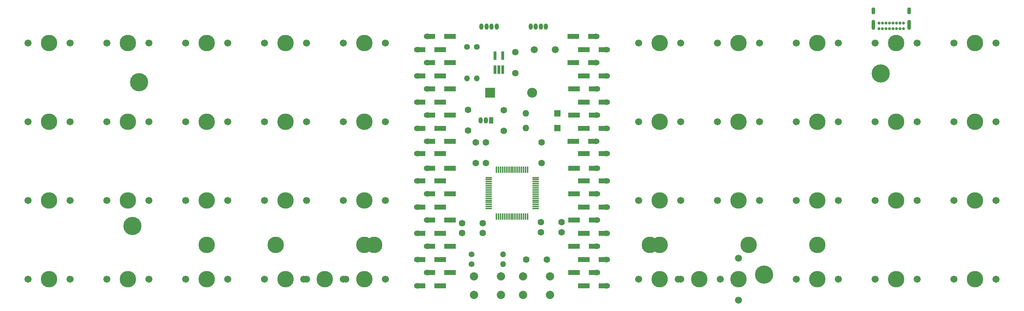
<source format=gbr>
%TF.GenerationSoftware,KiCad,Pcbnew,(7.0.0)*%
%TF.CreationDate,2024-04-29T17:19:58+02:00*%
%TF.ProjectId,LeSTMovoz revision,4c655354-4d6f-4766-9f7a-207265766973,rev?*%
%TF.SameCoordinates,Original*%
%TF.FileFunction,Soldermask,Top*%
%TF.FilePolarity,Negative*%
%FSLAX46Y46*%
G04 Gerber Fmt 4.6, Leading zero omitted, Abs format (unit mm)*
G04 Created by KiCad (PCBNEW (7.0.0)) date 2024-04-29 17:19:58*
%MOMM*%
%LPD*%
G01*
G04 APERTURE LIST*
G04 Aperture macros list*
%AMRoundRect*
0 Rectangle with rounded corners*
0 $1 Rounding radius*
0 $2 $3 $4 $5 $6 $7 $8 $9 X,Y pos of 4 corners*
0 Add a 4 corners polygon primitive as box body*
4,1,4,$2,$3,$4,$5,$6,$7,$8,$9,$2,$3,0*
0 Add four circle primitives for the rounded corners*
1,1,$1+$1,$2,$3*
1,1,$1+$1,$4,$5*
1,1,$1+$1,$6,$7*
1,1,$1+$1,$8,$9*
0 Add four rect primitives between the rounded corners*
20,1,$1+$1,$2,$3,$4,$5,0*
20,1,$1+$1,$4,$5,$6,$7,0*
20,1,$1+$1,$6,$7,$8,$9,0*
20,1,$1+$1,$8,$9,$2,$3,0*%
G04 Aperture macros list end*
%ADD10C,4.400000*%
%ADD11R,1.778000X1.300000*%
%ADD12R,1.400000X1.300000*%
%ADD13O,1.778000X1.300000*%
%ADD14C,2.000000*%
%ADD15C,1.400000*%
%ADD16O,1.400000X1.400000*%
%ADD17C,1.710000*%
%ADD18C,1.600000*%
%ADD19C,1.701800*%
%ADD20C,3.987800*%
%ADD21R,1.600000X1.600000*%
%ADD22O,1.600000X1.600000*%
%ADD23R,2.400000X2.400000*%
%ADD24O,2.400000X2.400000*%
%ADD25R,1.050000X1.500000*%
%ADD26O,1.050000X1.500000*%
%ADD27R,0.650000X2.000000*%
%ADD28RoundRect,0.075000X0.075000X-0.700000X0.075000X0.700000X-0.075000X0.700000X-0.075000X-0.700000X0*%
%ADD29RoundRect,0.075000X0.700000X-0.075000X0.700000X0.075000X-0.700000X0.075000X-0.700000X-0.075000X0*%
%ADD30O,1.000000X1.500000*%
%ADD31C,0.700000*%
%ADD32O,0.900000X1.700000*%
%ADD33O,0.900000X2.400000*%
G04 APERTURE END LIST*
D10*
%TO.C,*%
X55137500Y-42862500D03*
%TD*%
D11*
%TO.C,D6*%
X159543749Y-31749999D03*
D12*
X160768749Y-31749999D03*
X164318749Y-31749999D03*
D13*
X165543749Y-31749999D03*
%TD*%
D14*
%TO.C,SW2*%
X147962500Y-89825000D03*
X154462500Y-89825000D03*
X147962500Y-94325000D03*
X154462500Y-94325000D03*
%TD*%
D15*
%TO.C,R4*%
X135478264Y-84517916D03*
D16*
X143098263Y-84517915D03*
%TD*%
D17*
%TO.C,F1*%
X155743750Y-34934000D03*
X150643750Y-34934000D03*
%TD*%
D18*
%TO.C,C9*%
X152400000Y-62396757D03*
X152400000Y-57396757D03*
%TD*%
D19*
%TO.C,MX24*%
X85407500Y-71437500D03*
D20*
X90487500Y-71437500D03*
D19*
X95567500Y-71437500D03*
%TD*%
%TO.C,MX10*%
X252095000Y-33337500D03*
D20*
X257175000Y-33337500D03*
D19*
X262255000Y-33337500D03*
%TD*%
D15*
%TO.C,R1*%
X136725000Y-34290000D03*
D16*
X136724999Y-41909999D03*
%TD*%
D19*
%TO.C,MX19*%
X233045000Y-52387500D03*
D20*
X238125000Y-52387500D03*
D19*
X243205000Y-52387500D03*
%TD*%
%TO.C,MX5*%
X104457500Y-33337500D03*
D20*
X109537500Y-33337500D03*
D19*
X114617500Y-33337500D03*
%TD*%
%TO.C,MX6*%
X175895000Y-33337500D03*
D20*
X180975000Y-33337500D03*
D19*
X186055000Y-33337500D03*
%TD*%
D11*
%TO.C,D4*%
X128412499Y-34924999D03*
D12*
X127187499Y-34924999D03*
X123637499Y-34924999D03*
D13*
X122412499Y-34924999D03*
%TD*%
D19*
%TO.C,MX21*%
X28257500Y-71437500D03*
D20*
X33337500Y-71437500D03*
D19*
X38417500Y-71437500D03*
%TD*%
D10*
%TO.C,H6*%
X234387500Y-40736500D03*
%TD*%
D20*
%TO.C,S1*%
X202406250Y-82232500D03*
X178593750Y-82232500D03*
%TD*%
D18*
%TO.C,C6*%
X136475000Y-62396757D03*
X136475000Y-57396757D03*
%TD*%
D19*
%TO.C,MX4*%
X85407500Y-33337500D03*
D20*
X90487500Y-33337500D03*
D19*
X95567500Y-33337500D03*
%TD*%
D18*
%TO.C,C7*%
X138224728Y-79368071D03*
X133224728Y-79368071D03*
%TD*%
D19*
%TO.C,MX37*%
X175895000Y-90487500D03*
D20*
X180975000Y-90487500D03*
D19*
X186055000Y-90487500D03*
%TD*%
%TO.C,MX20*%
X252095000Y-52387500D03*
D20*
X257175000Y-52387500D03*
D19*
X262255000Y-52387500D03*
%TD*%
D20*
%TO.C,S2*%
X219075000Y-82232500D03*
X180975000Y-82232500D03*
%TD*%
D11*
%TO.C,D12*%
X130793749Y-50799999D03*
D12*
X129568749Y-50799999D03*
X126018749Y-50799999D03*
D13*
X124793749Y-50799999D03*
%TD*%
D19*
%TO.C,MX27*%
X194945000Y-71437500D03*
D20*
X200025000Y-71437500D03*
D19*
X205105000Y-71437500D03*
%TD*%
%TO.C,MX1*%
X28257500Y-33337500D03*
D20*
X33337500Y-33337500D03*
D19*
X38417500Y-33337500D03*
%TD*%
%TO.C,MX38*%
X185420000Y-90487500D03*
D20*
X190500000Y-90487500D03*
D19*
X195580000Y-90487500D03*
%TD*%
D21*
%TO.C,D45*%
X156209999Y-53899999D03*
D22*
X148589999Y-53899999D03*
%TD*%
D19*
%TO.C,MX12*%
X47307500Y-52387500D03*
D20*
X52387500Y-52387500D03*
D19*
X57467500Y-52387500D03*
%TD*%
D11*
%TO.C,D3*%
X130793749Y-38099999D03*
D12*
X129568749Y-38099999D03*
X126018749Y-38099999D03*
D13*
X124793749Y-38099999D03*
%TD*%
D11*
%TO.C,D8*%
X159543749Y-38099999D03*
D12*
X160768749Y-38099999D03*
X164318749Y-38099999D03*
D13*
X165543749Y-38099999D03*
%TD*%
D11*
%TO.C,D16*%
X162099999Y-60124999D03*
D12*
X163324999Y-60124999D03*
X166874999Y-60124999D03*
D13*
X168099999Y-60124999D03*
%TD*%
D19*
%TO.C,MX34*%
X85407500Y-90487500D03*
D20*
X90487500Y-90487500D03*
D19*
X95567500Y-90487500D03*
%TD*%
D18*
%TO.C,C1*%
X134625429Y-49502571D03*
X134625429Y-54502571D03*
%TD*%
D11*
%TO.C,D9*%
X162099999Y-41274999D03*
D12*
X163324999Y-41274999D03*
X166874999Y-41274999D03*
D13*
X168099999Y-41274999D03*
%TD*%
D11*
%TO.C,D24*%
X128412499Y-66674999D03*
D12*
X127187499Y-66674999D03*
X123637499Y-66674999D03*
D13*
X122412499Y-66674999D03*
%TD*%
D19*
%TO.C,MX41*%
X233045000Y-90487500D03*
D20*
X238125000Y-90487500D03*
D19*
X243205000Y-90487500D03*
%TD*%
D11*
%TO.C,D38*%
X162099999Y-85724999D03*
D12*
X163324999Y-85724999D03*
X166874999Y-85724999D03*
D13*
X168099999Y-85724999D03*
%TD*%
D11*
%TO.C,D29*%
X162099999Y-73024999D03*
D12*
X163324999Y-73024999D03*
X166874999Y-73024999D03*
D13*
X168099999Y-73024999D03*
%TD*%
D15*
%TO.C,R2*%
X134343750Y-34290000D03*
D16*
X134343749Y-41909999D03*
%TD*%
D19*
%TO.C,MX28*%
X213995000Y-71437500D03*
D20*
X219075000Y-71437500D03*
D19*
X224155000Y-71437500D03*
%TD*%
%TO.C,MX8*%
X213995000Y-33337500D03*
D20*
X219075000Y-33337500D03*
D19*
X224155000Y-33337500D03*
%TD*%
D11*
%TO.C,D18*%
X162099999Y-53974999D03*
D12*
X163324999Y-53974999D03*
X166874999Y-53974999D03*
D13*
X168099999Y-53974999D03*
%TD*%
D19*
%TO.C,MX18*%
X213995000Y-52387500D03*
D20*
X219075000Y-52387500D03*
D19*
X224155000Y-52387500D03*
%TD*%
D11*
%TO.C,D7*%
X162099999Y-34924999D03*
D12*
X163324999Y-34924999D03*
X166874999Y-34924999D03*
D13*
X168099999Y-34924999D03*
%TD*%
D11*
%TO.C,D34*%
X130793749Y-88899999D03*
D12*
X129568749Y-88899999D03*
X126018749Y-88899999D03*
D13*
X124793749Y-88899999D03*
%TD*%
D11*
%TO.C,D20*%
X162099999Y-47624999D03*
D12*
X163324999Y-47624999D03*
X166874999Y-47624999D03*
D13*
X168099999Y-47624999D03*
%TD*%
D19*
%TO.C,MX33*%
X66357500Y-90487500D03*
D20*
X71437500Y-90487500D03*
D19*
X76517500Y-90487500D03*
%TD*%
D11*
%TO.C,D13*%
X128412499Y-53974999D03*
D12*
X127187499Y-53974999D03*
X123637499Y-53974999D03*
D13*
X122412499Y-53974999D03*
%TD*%
D23*
%TO.C,D43*%
X139987677Y-45367783D03*
D24*
X150147677Y-45367783D03*
%TD*%
D11*
%TO.C,D15*%
X128412499Y-60124999D03*
D12*
X127187499Y-60124999D03*
X123637499Y-60124999D03*
D13*
X122412499Y-60124999D03*
%TD*%
D19*
%TO.C,MX23*%
X66357500Y-71437500D03*
D20*
X71437500Y-71437500D03*
D19*
X76517500Y-71437500D03*
%TD*%
D11*
%TO.C,D33*%
X128412499Y-85724999D03*
D12*
X127187499Y-85724999D03*
X123637499Y-85724999D03*
D13*
X122412499Y-85724999D03*
%TD*%
D11*
%TO.C,D10*%
X159718749Y-44449999D03*
D12*
X160943749Y-44449999D03*
X164493749Y-44449999D03*
D13*
X165718749Y-44449999D03*
%TD*%
D11*
%TO.C,D36*%
X162099999Y-92074999D03*
D12*
X163324999Y-92074999D03*
X166874999Y-92074999D03*
D13*
X168099999Y-92074999D03*
%TD*%
D19*
%TO.C,MX14*%
X85407500Y-52387500D03*
D20*
X90487500Y-52387500D03*
D19*
X95567500Y-52387500D03*
%TD*%
D11*
%TO.C,D19*%
X159718749Y-50799999D03*
D12*
X160943749Y-50799999D03*
X164493749Y-50799999D03*
D13*
X165718749Y-50799999D03*
%TD*%
D11*
%TO.C,D5*%
X130793749Y-31749999D03*
D12*
X129568749Y-31749999D03*
X126018749Y-31749999D03*
D13*
X124793749Y-31749999D03*
%TD*%
D25*
%TO.C,U2*%
X140176249Y-52091987D03*
D26*
X138906249Y-52091987D03*
X137636249Y-52091987D03*
%TD*%
D18*
%TO.C,C11*%
X138906250Y-62396757D03*
X138906250Y-57396757D03*
%TD*%
D20*
%TO.C,S3*%
X109537500Y-82232500D03*
X71437500Y-82232500D03*
%TD*%
D11*
%TO.C,D23*%
X130793749Y-69849999D03*
D12*
X129568749Y-69849999D03*
X126018749Y-69849999D03*
D13*
X124793749Y-69849999D03*
%TD*%
D19*
%TO.C,MX17*%
X194945000Y-52387500D03*
D20*
X200025000Y-52387500D03*
D19*
X205105000Y-52387500D03*
%TD*%
D11*
%TO.C,D27*%
X162099999Y-66674999D03*
D12*
X163324999Y-66674999D03*
X166874999Y-66674999D03*
D13*
X168099999Y-66674999D03*
%TD*%
D11*
%TO.C,D2*%
X128412499Y-41274999D03*
D12*
X127187499Y-41274999D03*
X123637499Y-41274999D03*
D13*
X122412499Y-41274999D03*
%TD*%
D18*
%TO.C,C10*%
X152268053Y-76738522D03*
X157268053Y-76738522D03*
%TD*%
D19*
%TO.C,MX16*%
X175895000Y-52387500D03*
D20*
X180975000Y-52387500D03*
D19*
X186055000Y-52387500D03*
%TD*%
D11*
%TO.C,D39*%
X159718749Y-82549999D03*
D12*
X160943749Y-82549999D03*
X164493749Y-82549999D03*
D13*
X165718749Y-82549999D03*
%TD*%
D11*
%TO.C,D17*%
X159543749Y-57149999D03*
D12*
X160768749Y-57149999D03*
X164318749Y-57149999D03*
D13*
X165543749Y-57149999D03*
%TD*%
D19*
%TO.C,MX31*%
X28257500Y-90487500D03*
D20*
X33337500Y-90487500D03*
D19*
X38417500Y-90487500D03*
%TD*%
D20*
%TO.C,S4*%
X111918750Y-82232500D03*
X88106250Y-82232500D03*
%TD*%
D11*
%TO.C,D40*%
X162099999Y-79374999D03*
D12*
X163324999Y-79374999D03*
X166874999Y-79374999D03*
D13*
X168099999Y-79374999D03*
%TD*%
D19*
%TO.C,MX26*%
X175895000Y-71437500D03*
D20*
X180975000Y-71437500D03*
D19*
X186055000Y-71437500D03*
%TD*%
D11*
%TO.C,D1*%
X130793749Y-44449999D03*
D12*
X129568749Y-44449999D03*
X126018749Y-44449999D03*
D13*
X124793749Y-44449999D03*
%TD*%
D15*
%TO.C,R3*%
X135478264Y-86899166D03*
D16*
X143098263Y-86899165D03*
%TD*%
D11*
%TO.C,D30*%
X159718749Y-76199999D03*
D12*
X160943749Y-76199999D03*
X164493749Y-76199999D03*
D13*
X165718749Y-76199999D03*
%TD*%
D18*
%TO.C,C8*%
X138224728Y-76936821D03*
X133224728Y-76936821D03*
%TD*%
D19*
%TO.C,MX32*%
X47307500Y-90487500D03*
D20*
X52387500Y-90487500D03*
D19*
X57467500Y-90487500D03*
%TD*%
D27*
%TO.C,U3*%
X141131249Y-39809999D03*
X142081249Y-39809999D03*
X143031249Y-39809999D03*
X143031249Y-36389999D03*
X141131249Y-36389999D03*
%TD*%
D11*
%TO.C,D31*%
X128412499Y-79374999D03*
D12*
X127187499Y-79374999D03*
X123637499Y-79374999D03*
D13*
X122412499Y-79374999D03*
%TD*%
D19*
%TO.C,MX3*%
X66357500Y-33337500D03*
D20*
X71437500Y-33337500D03*
D19*
X76517500Y-33337500D03*
%TD*%
D11*
%TO.C,D28*%
X159718749Y-69849999D03*
D12*
X160943749Y-69849999D03*
X164493749Y-69849999D03*
D13*
X165718749Y-69849999D03*
%TD*%
D19*
%TO.C,MX29*%
X233045000Y-71437500D03*
D20*
X238125000Y-71437500D03*
D19*
X243205000Y-71437500D03*
%TD*%
%TO.C,MX39*%
X200025000Y-95567500D03*
D20*
X200025000Y-90487500D03*
D19*
X200025000Y-85407500D03*
%TD*%
D11*
%TO.C,D11*%
X128412499Y-47624999D03*
D12*
X127187499Y-47624999D03*
X123637499Y-47624999D03*
D13*
X122412499Y-47624999D03*
%TD*%
D19*
%TO.C,MX7*%
X194945000Y-33337500D03*
D20*
X200025000Y-33337500D03*
D19*
X205105000Y-33337500D03*
%TD*%
%TO.C,MX22*%
X47307500Y-71437500D03*
D20*
X52387500Y-71437500D03*
D19*
X57467500Y-71437500D03*
%TD*%
%TO.C,MX9*%
X243205000Y-33337500D03*
D20*
X238125000Y-33337500D03*
D19*
X233045000Y-33337500D03*
%TD*%
D18*
%TO.C,C4*%
X148712500Y-85725000D03*
X153712500Y-85725000D03*
%TD*%
D11*
%TO.C,D37*%
X159718749Y-88899999D03*
D12*
X160943749Y-88899999D03*
X164493749Y-88899999D03*
D13*
X165718749Y-88899999D03*
%TD*%
D11*
%TO.C,D21*%
X130793749Y-76199999D03*
D12*
X129568749Y-76199999D03*
X126018749Y-76199999D03*
D13*
X124793749Y-76199999D03*
%TD*%
D18*
%TO.C,C5*%
X152268053Y-79169772D03*
X157268053Y-79169772D03*
%TD*%
D19*
%TO.C,MX15*%
X104457500Y-52387500D03*
D20*
X109537500Y-52387500D03*
D19*
X114617500Y-52387500D03*
%TD*%
D10*
%TO.C,*%
X206137500Y-89371500D03*
%TD*%
%TO.C,*%
X53537500Y-77636500D03*
%TD*%
D19*
%TO.C,MX25*%
X104457500Y-71437500D03*
D20*
X109537500Y-71437500D03*
D19*
X114617500Y-71437500D03*
%TD*%
%TO.C,MX36*%
X94932500Y-90487500D03*
D20*
X100012500Y-90487500D03*
D19*
X105092500Y-90487500D03*
%TD*%
%TO.C,MX13*%
X66357500Y-52387500D03*
D20*
X71437500Y-52387500D03*
D19*
X76517500Y-52387500D03*
%TD*%
D28*
%TO.C,U1*%
X141506250Y-75343597D03*
X142006250Y-75343597D03*
X142506250Y-75343597D03*
X143006250Y-75343597D03*
X143506250Y-75343597D03*
X144006250Y-75343597D03*
X144506250Y-75343597D03*
X145006250Y-75343597D03*
X145506250Y-75343597D03*
X146006250Y-75343597D03*
X146506250Y-75343597D03*
X147006250Y-75343597D03*
X147506250Y-75343597D03*
X148006250Y-75343597D03*
X148506250Y-75343597D03*
X149006250Y-75343597D03*
D29*
X150931250Y-73418597D03*
X150931250Y-72918597D03*
X150931250Y-72418597D03*
X150931250Y-71918597D03*
X150931250Y-71418597D03*
X150931250Y-70918597D03*
X150931250Y-70418597D03*
X150931250Y-69918597D03*
X150931250Y-69418597D03*
X150931250Y-68918597D03*
X150931250Y-68418597D03*
X150931250Y-67918597D03*
X150931250Y-67418597D03*
X150931250Y-66918597D03*
X150931250Y-66418597D03*
X150931250Y-65918597D03*
D28*
X149006250Y-63993597D03*
X148506250Y-63993597D03*
X148006250Y-63993597D03*
X147506250Y-63993597D03*
X147006250Y-63993597D03*
X146506250Y-63993597D03*
X146006250Y-63993597D03*
X145506250Y-63993597D03*
X145006250Y-63993597D03*
X144506250Y-63993597D03*
X144006250Y-63993597D03*
X143506250Y-63993597D03*
X143006250Y-63993597D03*
X142506250Y-63993597D03*
X142006250Y-63993597D03*
X141506250Y-63993597D03*
D29*
X139581250Y-65918597D03*
X139581250Y-66418597D03*
X139581250Y-66918597D03*
X139581250Y-67418597D03*
X139581250Y-67918597D03*
X139581250Y-68418597D03*
X139581250Y-68918597D03*
X139581250Y-69418597D03*
X139581250Y-69918597D03*
X139581250Y-70418597D03*
X139581250Y-70918597D03*
X139581250Y-71418597D03*
X139581250Y-71918597D03*
X139581250Y-72418597D03*
X139581250Y-72918597D03*
X139581250Y-73418597D03*
%TD*%
D19*
%TO.C,MX40*%
X213995000Y-90487500D03*
D20*
X219075000Y-90487500D03*
D19*
X224155000Y-90487500D03*
%TD*%
D11*
%TO.C,D25*%
X130793749Y-63699999D03*
D12*
X129568749Y-63699999D03*
X126018749Y-63699999D03*
D13*
X124793749Y-63699999D03*
%TD*%
D11*
%TO.C,D22*%
X128412499Y-73024999D03*
D12*
X127187499Y-73024999D03*
X123637499Y-73024999D03*
D13*
X122412499Y-73024999D03*
%TD*%
D18*
%TO.C,C3*%
X146050000Y-35600000D03*
X146050000Y-40600000D03*
%TD*%
D19*
%TO.C,MX2*%
X47307500Y-33337500D03*
D20*
X52387500Y-33337500D03*
D19*
X57467500Y-33337500D03*
%TD*%
D11*
%TO.C,D32*%
X130793749Y-82549999D03*
D12*
X129568749Y-82549999D03*
X126018749Y-82549999D03*
D13*
X124793749Y-82549999D03*
%TD*%
D19*
%TO.C,MX11*%
X28257500Y-52387500D03*
D20*
X33337500Y-52387500D03*
D19*
X38417500Y-52387500D03*
%TD*%
%TO.C,MX42*%
X252095000Y-90487500D03*
D20*
X257175000Y-90487500D03*
D19*
X262255000Y-90487500D03*
%TD*%
%TO.C,MX30*%
X252095000Y-71437500D03*
D20*
X257175000Y-71437500D03*
D19*
X262255000Y-71437500D03*
%TD*%
%TO.C,MX35*%
X104457500Y-90487500D03*
D20*
X109537500Y-90487500D03*
D19*
X114617500Y-90487500D03*
%TD*%
D18*
%TO.C,C2*%
X143250429Y-49600098D03*
X143250429Y-54600098D03*
%TD*%
D11*
%TO.C,D14*%
X130793749Y-57149999D03*
D12*
X129568749Y-57149999D03*
X126018749Y-57149999D03*
D13*
X124793749Y-57149999D03*
%TD*%
D14*
%TO.C,SW1*%
X142550000Y-94325000D03*
X136050000Y-94325000D03*
X142550000Y-89825000D03*
X136050000Y-89825000D03*
%TD*%
D11*
%TO.C,D35*%
X128412499Y-92074999D03*
D12*
X127187499Y-92074999D03*
X123637499Y-92074999D03*
D13*
X122412499Y-92074999D03*
%TD*%
D21*
%TO.C,D44*%
X156209999Y-50349999D03*
D22*
X148589999Y-50349999D03*
%TD*%
D11*
%TO.C,D26*%
X159718749Y-63699999D03*
D12*
X160943749Y-63699999D03*
X164493749Y-63699999D03*
D13*
X165718749Y-63699999D03*
%TD*%
D30*
%TO.C,D41*%
X139074999Y-29368749D03*
X141549999Y-29368749D03*
X140324999Y-29368749D03*
X137849999Y-29368749D03*
%TD*%
%TO.C,D42*%
X150981249Y-29368749D03*
X153456249Y-29368749D03*
X152231249Y-29368749D03*
X149756249Y-29368749D03*
%TD*%
D31*
%TO.C,J1*%
X233938179Y-29918750D03*
X234788179Y-29918750D03*
X235638179Y-29918750D03*
X236488179Y-29918750D03*
X237338179Y-29918750D03*
X238188179Y-29918750D03*
X239038179Y-29918750D03*
X239888179Y-29918750D03*
X239888179Y-28568750D03*
X239038179Y-28568750D03*
X238188179Y-28568750D03*
X237338179Y-28568750D03*
X236488179Y-28568750D03*
X235638179Y-28568750D03*
X234788179Y-28568750D03*
X233938179Y-28568750D03*
D32*
X232588178Y-25558749D03*
D33*
X232588178Y-28938749D03*
D32*
X241238178Y-25558749D03*
D33*
X241238178Y-28938749D03*
%TD*%
M02*

</source>
